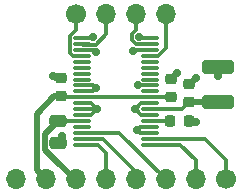
<source format=gtl>
G04 #@! TF.GenerationSoftware,KiCad,Pcbnew,8.0.5*
G04 #@! TF.CreationDate,2024-12-14T16:31:39-08:00*
G04 #@! TF.ProjectId,ADS8684 Breakout Board,41445338-3638-4342-9042-7265616b6f75,rev?*
G04 #@! TF.SameCoordinates,Original*
G04 #@! TF.FileFunction,Copper,L1,Top*
G04 #@! TF.FilePolarity,Positive*
%FSLAX46Y46*%
G04 Gerber Fmt 4.6, Leading zero omitted, Abs format (unit mm)*
G04 Created by KiCad (PCBNEW 8.0.5) date 2024-12-14 16:31:39*
%MOMM*%
%LPD*%
G01*
G04 APERTURE LIST*
G04 Aperture macros list*
%AMRoundRect*
0 Rectangle with rounded corners*
0 $1 Rounding radius*
0 $2 $3 $4 $5 $6 $7 $8 $9 X,Y pos of 4 corners*
0 Add a 4 corners polygon primitive as box body*
4,1,4,$2,$3,$4,$5,$6,$7,$8,$9,$2,$3,0*
0 Add four circle primitives for the rounded corners*
1,1,$1+$1,$2,$3*
1,1,$1+$1,$4,$5*
1,1,$1+$1,$6,$7*
1,1,$1+$1,$8,$9*
0 Add four rect primitives between the rounded corners*
20,1,$1+$1,$2,$3,$4,$5,0*
20,1,$1+$1,$4,$5,$6,$7,0*
20,1,$1+$1,$6,$7,$8,$9,0*
20,1,$1+$1,$8,$9,$2,$3,0*%
G04 Aperture macros list end*
G04 #@! TA.AperFunction,SMDPad,CuDef*
%ADD10RoundRect,0.225000X-0.250000X0.225000X-0.250000X-0.225000X0.250000X-0.225000X0.250000X0.225000X0*%
G04 #@! TD*
G04 #@! TA.AperFunction,SMDPad,CuDef*
%ADD11RoundRect,0.250000X-1.100000X0.325000X-1.100000X-0.325000X1.100000X-0.325000X1.100000X0.325000X0*%
G04 #@! TD*
G04 #@! TA.AperFunction,SMDPad,CuDef*
%ADD12RoundRect,0.075000X0.662500X0.075000X-0.662500X0.075000X-0.662500X-0.075000X0.662500X-0.075000X0*%
G04 #@! TD*
G04 #@! TA.AperFunction,SMDPad,CuDef*
%ADD13RoundRect,0.225000X-0.225000X-0.250000X0.225000X-0.250000X0.225000X0.250000X-0.225000X0.250000X0*%
G04 #@! TD*
G04 #@! TA.AperFunction,SMDPad,CuDef*
%ADD14RoundRect,0.250000X0.475000X-0.250000X0.475000X0.250000X-0.475000X0.250000X-0.475000X-0.250000X0*%
G04 #@! TD*
G04 #@! TA.AperFunction,ComponentPad*
%ADD15C,1.700000*%
G04 #@! TD*
G04 #@! TA.AperFunction,ComponentPad*
%ADD16O,1.700000X1.700000*%
G04 #@! TD*
G04 #@! TA.AperFunction,ViaPad*
%ADD17C,0.700000*%
G04 #@! TD*
G04 #@! TA.AperFunction,Conductor*
%ADD18C,0.300000*%
G04 #@! TD*
G04 #@! TA.AperFunction,Conductor*
%ADD19C,0.500000*%
G04 #@! TD*
G04 APERTURE END LIST*
D10*
X41990000Y-33827500D03*
X41990000Y-35377500D03*
X31100000Y-33307500D03*
X31100000Y-34857500D03*
X40440000Y-33407500D03*
X40440000Y-34957500D03*
D11*
X44400000Y-32407499D03*
X44400000Y-35357501D03*
D12*
X38632500Y-38962500D03*
X38632500Y-38462500D03*
X38632500Y-37962500D03*
X38632500Y-37462500D03*
X38632500Y-36962500D03*
X38632500Y-36462500D03*
X38632500Y-35962500D03*
X38632500Y-35462500D03*
X38632500Y-34962500D03*
X38632500Y-34462500D03*
X38632500Y-33962500D03*
X38632500Y-33462500D03*
X38632500Y-32962500D03*
X38632500Y-32462500D03*
X38632500Y-31962500D03*
X38632500Y-31462500D03*
X38632500Y-30962500D03*
X38632500Y-30462500D03*
X38632500Y-29962500D03*
X32907500Y-29962500D03*
X32907500Y-30462500D03*
X32907500Y-30962500D03*
X32907500Y-31462500D03*
X32907500Y-31962500D03*
X32907500Y-32462500D03*
X32907500Y-32962500D03*
X32907500Y-33462500D03*
X32907500Y-33962500D03*
X32907500Y-34462500D03*
X32907500Y-34962500D03*
X32907500Y-35462500D03*
X32907500Y-35962500D03*
X32907500Y-36462500D03*
X32907500Y-36962500D03*
X32907500Y-37462500D03*
X32907500Y-37962500D03*
X32907500Y-38462500D03*
X32907500Y-38962500D03*
D13*
X40390000Y-36992500D03*
X41940000Y-36992500D03*
D14*
X30880000Y-38862498D03*
X30880000Y-36962500D03*
D15*
X45085000Y-41910000D03*
D16*
X42545000Y-41910000D03*
X40005001Y-41910000D03*
X37465000Y-41910000D03*
X34925000Y-41910000D03*
X32385000Y-41910000D03*
X29845000Y-41910000D03*
X27304999Y-41910000D03*
D15*
X32385000Y-27940000D03*
D16*
X34924999Y-27940000D03*
X37464999Y-27940000D03*
X40005000Y-27940000D03*
D17*
X44400000Y-33142500D03*
X37230000Y-31072500D03*
X30460000Y-33182500D03*
X42540000Y-37032500D03*
X37616026Y-33962501D03*
X37418001Y-35966629D03*
X37580000Y-37710000D03*
X34150000Y-35950000D03*
X34070813Y-31152111D03*
X37740000Y-29842500D03*
X33800000Y-29882500D03*
X34120000Y-34220000D03*
X42530000Y-33352500D03*
X31200000Y-38210000D03*
X40980000Y-32912500D03*
D18*
X32907500Y-34962500D02*
X40435000Y-34962500D01*
X31100000Y-34857500D02*
X31205000Y-34962500D01*
D19*
X29070000Y-36350000D02*
X30562500Y-34857500D01*
D18*
X31205000Y-34962500D02*
X32907500Y-34962500D01*
X40435000Y-34962500D02*
X40440000Y-34957500D01*
D19*
X30562500Y-34857500D02*
X31100000Y-34857500D01*
X29845000Y-41910000D02*
X29070000Y-41135000D01*
X29070000Y-41135000D02*
X29070000Y-36350000D01*
D18*
X34150000Y-35950000D02*
X34137500Y-35962500D01*
X37618000Y-36166628D02*
X37618000Y-36185382D01*
X37230000Y-31072500D02*
X37340000Y-30962500D01*
X38632500Y-33962500D02*
X37616027Y-33962500D01*
X37860000Y-29962500D02*
X37740000Y-29842500D01*
D19*
X42500000Y-36992500D02*
X42540000Y-37032500D01*
X41990000Y-33827500D02*
X42055000Y-33827500D01*
D18*
X37832500Y-37962500D02*
X38632500Y-37962500D01*
X37340000Y-30962500D02*
X38632500Y-30962500D01*
X34070813Y-31152111D02*
X33881202Y-30962500D01*
X34150000Y-35950000D02*
X33662500Y-35462500D01*
X33877500Y-34462500D02*
X34120000Y-34220000D01*
X33662500Y-35462500D02*
X32907500Y-35462500D01*
D19*
X40485000Y-33407500D02*
X40980000Y-32912500D01*
D18*
X33862500Y-33962500D02*
X34120000Y-34220000D01*
X33720000Y-29962500D02*
X33800000Y-29882500D01*
D19*
X31200000Y-38542498D02*
X30880000Y-38862498D01*
D18*
X38632500Y-29962500D02*
X37860000Y-29962500D01*
D19*
X31200000Y-38210000D02*
X31200000Y-38542498D01*
X44400000Y-32407499D02*
X44400000Y-33142500D01*
D18*
X34137500Y-35962500D02*
X32907500Y-35962500D01*
X33637500Y-36462500D02*
X32907500Y-36462500D01*
X32907500Y-33962500D02*
X33862500Y-33962500D01*
X37895118Y-36462500D02*
X38632500Y-36462500D01*
X32907500Y-29962500D02*
X33720000Y-29962500D01*
X33881202Y-30962500D02*
X32907500Y-30962500D01*
D19*
X40440000Y-33407500D02*
X40485000Y-33407500D01*
D18*
X37616027Y-33962500D02*
X37616026Y-33962501D01*
X37618000Y-35766630D02*
X37618000Y-35739618D01*
D19*
X30585000Y-33307500D02*
X30460000Y-33182500D01*
D18*
X37618000Y-36185382D02*
X37895118Y-36462500D01*
X37418001Y-35966629D02*
X37618000Y-36166628D01*
X37418001Y-35966629D02*
X37618000Y-35766630D01*
X34150000Y-35950000D02*
X33637500Y-36462500D01*
X37895118Y-35462500D02*
X38632500Y-35462500D01*
X37618000Y-35739618D02*
X37895118Y-35462500D01*
D19*
X31100000Y-33307500D02*
X30585000Y-33307500D01*
D18*
X37580000Y-37710000D02*
X37832500Y-37962500D01*
X37827500Y-37462500D02*
X38632500Y-37462500D01*
D19*
X42055000Y-33827500D02*
X42530000Y-33352500D01*
X41940000Y-36992500D02*
X42500000Y-36992500D01*
D18*
X32907500Y-34462500D02*
X33877500Y-34462500D01*
X37580000Y-37710000D02*
X37827500Y-37462500D01*
D19*
X29778000Y-39418634D02*
X29778000Y-38064500D01*
D18*
X32907500Y-36962500D02*
X30880000Y-36962500D01*
D19*
X32280000Y-41910000D02*
X30619500Y-40249500D01*
X30619500Y-40249500D02*
X30608866Y-40249500D01*
X30608866Y-40249500D02*
X29778000Y-39418634D01*
X29778000Y-38064500D02*
X30880000Y-36962500D01*
X32385000Y-41910000D02*
X32280000Y-41910000D01*
X42009999Y-35357501D02*
X41990000Y-35377500D01*
X44400000Y-35357501D02*
X42009999Y-35357501D01*
D18*
X38632500Y-35962500D02*
X41405000Y-35962500D01*
X41405000Y-35962500D02*
X41990000Y-35377500D01*
X40390000Y-36992500D02*
X38662500Y-36992500D01*
X38662500Y-36992500D02*
X38632500Y-36962500D01*
X34059712Y-30509500D02*
X34924999Y-29644213D01*
X32907500Y-30462500D02*
X32954500Y-30509500D01*
X34924999Y-29644213D02*
X34924999Y-27940000D01*
X32954500Y-30509500D02*
X34059712Y-30509500D01*
X32385000Y-29247618D02*
X32385000Y-27940000D01*
X31893000Y-29739618D02*
X32385000Y-29247618D01*
X31893000Y-31185382D02*
X31893000Y-29739618D01*
X32170118Y-31462500D02*
X31893000Y-31185382D01*
X32907500Y-31462500D02*
X32170118Y-31462500D01*
X40005000Y-30827382D02*
X39369882Y-31462500D01*
X40005000Y-27940000D02*
X40005000Y-30827382D01*
X39369882Y-31462500D02*
X38632500Y-31462500D01*
X37113000Y-30102212D02*
X37113000Y-29582788D01*
X37480288Y-30469500D02*
X37113000Y-30102212D01*
X37464999Y-29230789D02*
X37464999Y-27940000D01*
X37113000Y-29582788D02*
X37464999Y-29230789D01*
X38625500Y-30469500D02*
X37480288Y-30469500D01*
X38632500Y-30462500D02*
X38625500Y-30469500D01*
X45085000Y-40259000D02*
X45085000Y-41910000D01*
X43288500Y-38462500D02*
X45085000Y-40259000D01*
X38632500Y-38462500D02*
X43288500Y-38462500D01*
X36057501Y-37962500D02*
X32907500Y-37962500D01*
X40005001Y-41910000D02*
X36057501Y-37962500D01*
X41248500Y-38962500D02*
X38632500Y-38962500D01*
X42545000Y-40259000D02*
X41248500Y-38962500D01*
X42545000Y-41910000D02*
X42545000Y-40259000D01*
X34925000Y-39645000D02*
X34242500Y-38962500D01*
X34925000Y-41910000D02*
X34925000Y-39645000D01*
X34242500Y-38962500D02*
X32907500Y-38962500D01*
X34652500Y-38462500D02*
X32907500Y-38462500D01*
X37465000Y-41910000D02*
X37465000Y-41275000D01*
X37465000Y-41275000D02*
X34652500Y-38462500D01*
M02*

</source>
